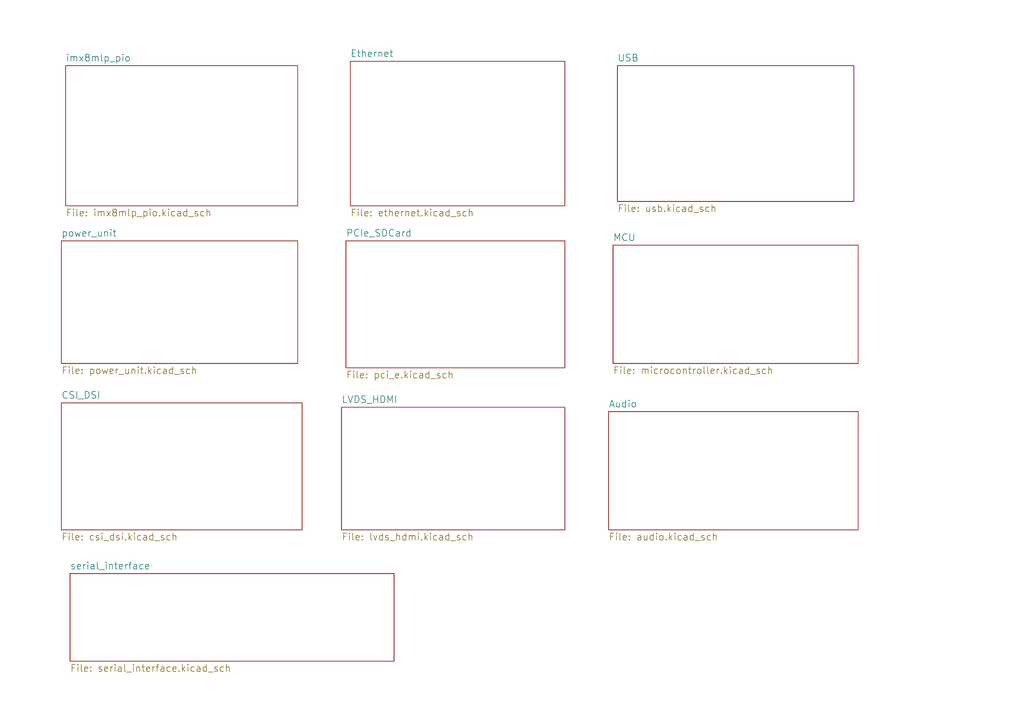
<source format=kicad_sch>
(kicad_sch
	(version 20231120)
	(generator "eeschema")
	(generator_version "8.0")
	(uuid "cd2fb234-91e5-476f-84ed-38419b628dc6")
	(paper "A4")
	(lib_symbols)
	(sheet
		(at 101.6 17.78)
		(size 62.23 41.91)
		(fields_autoplaced yes)
		(stroke
			(width 0.1524)
			(type solid)
		)
		(fill
			(color 0 0 0 0.0000)
		)
		(uuid "10d20c27-4659-4308-9de4-12cbd617d636")
		(property "Sheetname" "Ethernet"
			(at 101.6 16.7034 0)
			(effects
				(font
					(size 2 2)
				)
				(justify left bottom)
			)
		)
		(property "Sheetfile" "ethernet.kicad_sch"
			(at 101.6 60.5666 0)
			(effects
				(font
					(size 2 2)
				)
				(justify left top)
			)
		)
		(instances
			(project "BB_IMX8MLP"
				(path "/cd2fb234-91e5-476f-84ed-38419b628dc6"
					(page "4")
				)
			)
		)
	)
	(sheet
		(at 17.78 69.85)
		(size 68.58 35.56)
		(fields_autoplaced yes)
		(stroke
			(width 0.1524)
			(type solid)
		)
		(fill
			(color 0 0 0 0.0000)
		)
		(uuid "31f681b0-ed9a-409b-a541-94a4d8d5d11d")
		(property "Sheetname" "power_unit"
			(at 17.78 68.7734 0)
			(effects
				(font
					(size 2 2)
				)
				(justify left bottom)
			)
		)
		(property "Sheetfile" "power_unit.kicad_sch"
			(at 17.78 106.2866 0)
			(effects
				(font
					(size 2 2)
				)
				(justify left top)
			)
		)
		(instances
			(project "BB_IMX8MLP"
				(path "/cd2fb234-91e5-476f-84ed-38419b628dc6"
					(page "3")
				)
			)
		)
	)
	(sheet
		(at 20.32 166.37)
		(size 93.98 25.4)
		(fields_autoplaced yes)
		(stroke
			(width 0.1524)
			(type solid)
		)
		(fill
			(color 0 0 0 0.0000)
		)
		(uuid "37b9196a-4723-43b8-a172-79ad98469db6")
		(property "Sheetname" "serial_interface"
			(at 20.32 165.2934 0)
			(effects
				(font
					(size 2 2)
				)
				(justify left bottom)
			)
		)
		(property "Sheetfile" "serial_interface.kicad_sch"
			(at 20.32 192.6466 0)
			(effects
				(font
					(size 2 2)
				)
				(justify left top)
			)
		)
		(instances
			(project "BB_IMX8MLP"
				(path "/cd2fb234-91e5-476f-84ed-38419b628dc6"
					(page "14")
				)
			)
		)
	)
	(sheet
		(at 19.05 19.05)
		(size 67.31 40.64)
		(fields_autoplaced yes)
		(stroke
			(width 0.1524)
			(type solid)
		)
		(fill
			(color 0 0 0 0.0000)
		)
		(uuid "654a2f2f-b0bc-45e1-bc79-3ecb22a05819")
		(property "Sheetname" "imx8mlp_pio"
			(at 19.05 17.9734 0)
			(effects
				(font
					(size 2 2)
				)
				(justify left bottom)
			)
		)
		(property "Sheetfile" "imx8mlp_pio.kicad_sch"
			(at 19.05 60.5666 0)
			(effects
				(font
					(size 2 2)
				)
				(justify left top)
			)
		)
		(instances
			(project "BB_IMX8MLP"
				(path "/cd2fb234-91e5-476f-84ed-38419b628dc6"
					(page "2")
				)
			)
		)
	)
	(sheet
		(at 176.53 119.38)
		(size 72.39 34.29)
		(fields_autoplaced yes)
		(stroke
			(width 0.1524)
			(type solid)
		)
		(fill
			(color 0 0 0 0.0000)
		)
		(uuid "6b35cf2a-ff76-4c8b-8fd9-fa59a1552b9f")
		(property "Sheetname" "Audio"
			(at 176.53 118.3034 0)
			(effects
				(font
					(size 2 2)
				)
				(justify left bottom)
			)
		)
		(property "Sheetfile" "audio.kicad_sch"
			(at 176.53 154.5466 0)
			(effects
				(font
					(size 2 2)
				)
				(justify left top)
			)
		)
		(instances
			(project "BB_IMX8MLP"
				(path "/cd2fb234-91e5-476f-84ed-38419b628dc6"
					(page "13")
				)
			)
		)
	)
	(sheet
		(at 177.8 71.12)
		(size 71.12 34.29)
		(fields_autoplaced yes)
		(stroke
			(width 0.1524)
			(type solid)
		)
		(fill
			(color 0 0 0 0.0000)
		)
		(uuid "a0df9e5d-3d7f-4d2b-9f2e-c22726438d3a")
		(property "Sheetname" "MCU"
			(at 177.8 70.0434 0)
			(effects
				(font
					(size 2 2)
				)
				(justify left bottom)
			)
		)
		(property "Sheetfile" "microcontroller.kicad_sch"
			(at 177.8 106.2866 0)
			(effects
				(font
					(size 2 2)
				)
				(justify left top)
			)
		)
		(instances
			(project "BB_IMX8MLP"
				(path "/cd2fb234-91e5-476f-84ed-38419b628dc6"
					(page "8")
				)
			)
		)
	)
	(sheet
		(at 17.78 116.84)
		(size 69.85 36.83)
		(fields_autoplaced yes)
		(stroke
			(width 0.1524)
			(type solid)
		)
		(fill
			(color 0 0 0 0.0000)
		)
		(uuid "afcd2e24-a23c-4131-88d7-b4e4cc1847fe")
		(property "Sheetname" "CSI_DSI"
			(at 17.78 115.7634 0)
			(effects
				(font
					(size 2 2)
				)
				(justify left bottom)
			)
		)
		(property "Sheetfile" "csi_dsi.kicad_sch"
			(at 17.78 154.5466 0)
			(effects
				(font
					(size 2 2)
				)
				(justify left top)
			)
		)
		(instances
			(project "BB_IMX8MLP"
				(path "/cd2fb234-91e5-476f-84ed-38419b628dc6"
					(page "6")
				)
			)
		)
	)
	(sheet
		(at 179.07 19.05)
		(size 68.58 39.37)
		(fields_autoplaced yes)
		(stroke
			(width 0.1524)
			(type solid)
		)
		(fill
			(color 0 0 0 0.0000)
		)
		(uuid "d45ee961-7c38-470c-a7ea-0552d843cfb4")
		(property "Sheetname" "USB"
			(at 179.07 17.9734 0)
			(effects
				(font
					(size 2 2)
				)
				(justify left bottom)
			)
		)
		(property "Sheetfile" "usb.kicad_sch"
			(at 179.07 59.2966 0)
			(effects
				(font
					(size 2 2)
				)
				(justify left top)
			)
		)
		(instances
			(project "BB_IMX8MLP"
				(path "/cd2fb234-91e5-476f-84ed-38419b628dc6"
					(page "9")
				)
			)
		)
	)
	(sheet
		(at 100.33 69.85)
		(size 63.5 36.83)
		(fields_autoplaced yes)
		(stroke
			(width 0.1524)
			(type solid)
		)
		(fill
			(color 0 0 0 0.0000)
		)
		(uuid "d6dc9945-1df7-4624-8f27-7360b0b9c0df")
		(property "Sheetname" "PCIe_SDCard"
			(at 100.33 68.7734 0)
			(effects
				(font
					(size 2 2)
				)
				(justify left bottom)
			)
		)
		(property "Sheetfile" "pci_e.kicad_sch"
			(at 100.33 107.5566 0)
			(effects
				(font
					(size 2 2)
				)
				(justify left top)
			)
		)
		(instances
			(project "BB_IMX8MLP"
				(path "/cd2fb234-91e5-476f-84ed-38419b628dc6"
					(page "5")
				)
			)
		)
	)
	(sheet
		(at 99.06 118.11)
		(size 64.77 35.56)
		(fields_autoplaced yes)
		(stroke
			(width 0.1524)
			(type solid)
		)
		(fill
			(color 0 0 0 0.0000)
		)
		(uuid "fabf144f-7078-4de8-86ad-539ef5f82b16")
		(property "Sheetname" "LVDS_HDMI"
			(at 99.06 117.0334 0)
			(effects
				(font
					(size 2 2)
				)
				(justify left bottom)
			)
		)
		(property "Sheetfile" "lvds_hdmi.kicad_sch"
			(at 99.06 154.5466 0)
			(effects
				(font
					(size 2 2)
				)
				(justify left top)
			)
		)
		(instances
			(project "BB_IMX8MLP"
				(path "/cd2fb234-91e5-476f-84ed-38419b628dc6"
					(page "7")
				)
			)
		)
	)
	(sheet_instances
		(path "/"
			(page "1")
		)
	)
)

</source>
